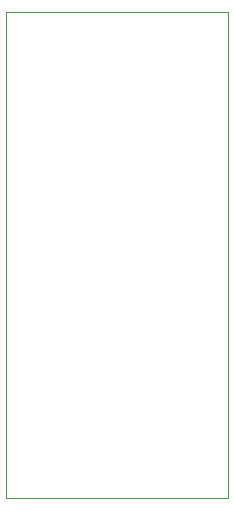
<source format=gko>
G04*
G04 #@! TF.GenerationSoftware,Altium Limited,Altium Designer,24.9.1 (31)*
G04*
G04 Layer_Color=16711935*
%FSLAX44Y44*%
%MOMM*%
G71*
G04*
G04 #@! TF.SameCoordinates,21AEE92C-E314-49C0-A966-B7B5AD7E222B*
G04*
G04*
G04 #@! TF.FilePolarity,Positive*
G04*
G01*
G75*
%ADD25C,0.1000*%
D25*
X1593850Y254000D02*
Y665480D01*
Y254000D02*
X1781810D01*
Y665480D01*
X1593850D02*
X1781810D01*
M02*

</source>
